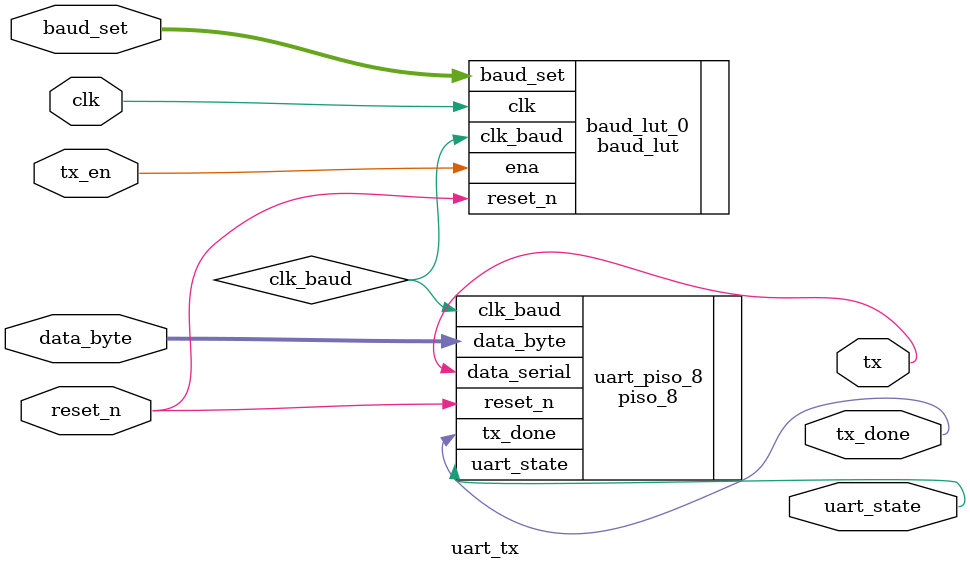
<source format=v>
/************************************************************
* Filename ﹕ uart_tx.v
* Author ﹕yang jiangtao
* Description ﹕transmit "data_byte" to "tx"
* Called by ﹕None
* Revision History ﹕2020.10.8-16:25
* Revision 1.0
* Email ﹕ 
* Company ﹕ 
* Copyright(c) 2019, xxxx Technology Inc, All right reserved
***************************************************************/    

module uart_tx(
	clk,
	reset_n,
	tx_en,
	baud_set,
	data_byte,
	tx,
	tx_done,
	uart_state);
	//step-1: IO ports
	//input ports
	input clk;  //系统时钟50MHz
	input reset_n;
	input tx_en;
	input [2:0] baud_set;
	input [7:0] data_byte;
	//output ports
	output tx;
	output tx_done;    // 信号发送完毕信号
	output uart_state; // 当发送数据时uart_state=1,发送忙信号
	//reg or wire
	wire clk_baud;
	
	//step-2: main logic
	//2-1: baud_set, generate "clk_baud"
	baud_lut baud_lut_0(
	.clk(clk),
	.reset_n(reset_n),
    .ena(tx_en),
	.baud_set(baud_set),
	.clk_baud(clk_baud));
	//2-2: uart_piso
    piso_8 uart_piso_8(
	.clk_baud(clk_baud),
	.reset_n(reset_n),
	.data_byte(data_byte),
	.data_serial(tx),
    .tx_done(tx_done),
    .uart_state(uart_state));

	//step-3: output

endmodule



</source>
